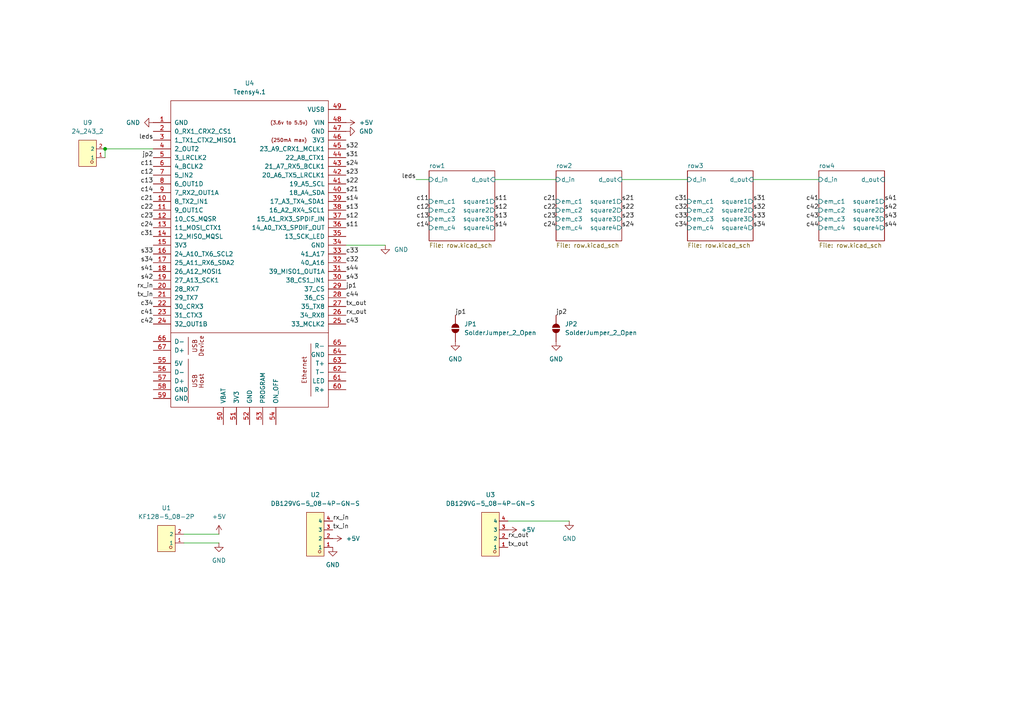
<source format=kicad_sch>
(kicad_sch (version 20231120) (generator "eeschema") (generator_version "8.0")
  (paper "A4")
  (lib_symbols
    (symbol "24_243_2:24_243_2"
      (property "Reference" "U" (at 0 1.27 0))
      (property "Value" "24_243_2" (at 0 -2.54 0))
      (symbol "24_243_2_0_1"
        (rectangle (start -2.54 3.81) (end 2.54 -3.81) (fill (type background)))
        (circle (center -1.27 2.54) (radius 0.381) (fill (type background)))
        (pin unspecified line (at -5.08 1.27 0) (length 2.54) (name "1") (number "1"))
        (pin unspecified line (at -5.08 -1.27 0) (length 2.54) (name "2") (number "2"))
      )
    )
    (symbol "DB129VG-5_08-4P-GN-S:DB129VG-5_08-4P-GN-S"
      (property "Reference" "U" (at 0 1.27 0))
      (property "Value" "DB129VG-5_08-4P-GN-S" (at 0 -2.54 0))
      (symbol "DB129VG-5_08-4P-GN-S_0_1"
        (rectangle (start -2.54 6.35) (end 2.54 -6.35) (fill (type background)))
        (circle (center -1.27 5.08) (radius 0.381) (fill (type background)))
        (pin unspecified line (at -5.08 3.81 0) (length 2.54) (name "1") (number "1"))
        (pin unspecified line (at -5.08 1.27 0) (length 2.54) (name "2") (number "2"))
        (pin unspecified line (at -5.08 -1.27 0) (length 2.54) (name "3") (number "3"))
        (pin unspecified line (at -5.08 -3.81 0) (length 2.54) (name "4") (number "4"))
      )
    )
    (symbol "Jumper:SolderJumper_2_Open" (pin_numbers hide) (pin_names (offset 0) hide) (exclude_from_sim yes) (in_bom no)
      (property "Reference" "JP" (at 0 2.032 0))
      (property "Value" "SolderJumper_2_Open" (at 0 -2.54 0))
      (symbol "SolderJumper_2_Open_0_1"
        (arc (start -0.254 1.016) (mid -1.2656 0) (end -0.254 -1.016))
        (arc (start -0.254 1.016) (mid -1.2656 0) (end -0.254 -1.016) (fill (type outline)))
        (polyline (pts (xy -0.254 1.016) (xy -0.254 -1.016)))
        (polyline (pts (xy 0.254 1.016) (xy 0.254 -1.016)))
        (arc (start 0.254 -1.016) (mid 1.2656 0) (end 0.254 1.016))
        (arc (start 0.254 -1.016) (mid 1.2656 0) (end 0.254 1.016) (fill (type outline)))
      )
      (symbol "SolderJumper_2_Open_1_1"
        (pin passive line (at -3.81 0 0) (length 2.54) (name "A") (number "1"))
        (pin passive line (at 3.81 0 180) (length 2.54) (name "B") (number "2"))
      )
    )
    (symbol "KF128-5_08-2P:KF128-5_08-2P"
      (property "Reference" "U" (at 0 1.27 0))
      (property "Value" "KF128-5_08-2P" (at 0 -2.54 0))
      (symbol "KF128-5_08-2P_0_1"
        (rectangle (start -2.54 3.81) (end 2.54 -3.81) (fill (type background)))
        (circle (center -1.27 2.54) (radius 0.381) (fill (type background)))
        (pin unspecified line (at -5.08 1.27 0) (length 2.54) (name "1") (number "1"))
        (pin unspecified line (at -5.08 -1.27 0) (length 2.54) (name "2") (number "2"))
      )
    )
    (symbol "power:+5V" (power) (pin_numbers hide) (pin_names (offset 0) hide)
      (property "Value" "+5V" (at 0 3.556 0))
      (symbol "+5V_0_1"
        (polyline (pts (xy -0.762 1.27) (xy 0 2.54)))
        (polyline (pts (xy 0 0) (xy 0 2.54)))
        (polyline (pts (xy 0 2.54) (xy 0.762 1.27)))
      )
      (symbol "+5V_1_1"
        (pin power_in line (at 0 0 90) (length 0) (name "~") (number "1"))
      )
    )
    (symbol "power:GND" (power) (pin_numbers hide) (pin_names (offset 0) hide)
      (property "Value" "GND" (at 0 -3.81 0))
      (symbol "GND_0_1"
        (polyline (pts (xy 0 0) (xy 0 -1.27) (xy 1.27 -1.27) (xy 0 -2.54) (xy -1.27 -1.27) (xy 0 -1.27)))
      )
      (symbol "GND_1_1"
        (pin power_in line (at 0 0 270) (length 0) (name "~") (number "1"))
      )
    )
    (symbol "teensy:Teensy4.1" (pin_names (offset 1.016))
      (property "Reference" "U" (at 0 64.77 0))
      (property "Value" "Teensy4.1" (at 0 62.23 0))
      (symbol "Teensy4.1_0_0"
        (polyline (pts (xy -22.86 -6.35) (xy 22.86 -6.35)))
        (polyline (pts (xy -17.78 -26.67) (xy -17.78 -13.97)))
        (polyline (pts (xy -17.78 -7.62) (xy -17.78 -12.7)))
        (polyline (pts (xy 17.78 -9.525) (xy 17.78 -24.765)))
        (text "(250mA max)" (at 11.43 49.53 0) (effects (font (size 1.016 1.016))))
        (text "(3.6v to 5.5v)" (at 11.43 54.61 0) (effects (font (size 1.016 1.016))))
        (text "Device" (at -13.97 -10.16 900) (effects (font (size 1.27 1.27))))
        (text "Ethernet" (at 15.875 -17.145 900) (effects (font (size 1.27 1.27))))
        (text "Host" (at -13.97 -20.32 900) (effects (font (size 1.27 1.27))))
        (text "USB" (at -15.875 -20.32 900) (effects (font (size 1.27 1.27))))
        (text "USB" (at -15.875 -10.16 900) (effects (font (size 1.27 1.27))))
        (pin bidirectional line (at -27.94 31.75 0) (length 5.08) (name "8_TX2_IN1") (number "10"))
        (pin bidirectional line (at -27.94 29.21 0) (length 5.08) (name "9_OUT1C") (number "11"))
        (pin bidirectional line (at -27.94 26.67 0) (length 5.08) (name "10_CS_MQSR") (number "12"))
        (pin bidirectional line (at -27.94 24.13 0) (length 5.08) (name "11_MOSI_CTX1") (number "13"))
        (pin bidirectional line (at -27.94 21.59 0) (length 5.08) (name "12_MISO_MQSL") (number "14"))
        (pin power_in line (at -27.94 19.05 0) (length 5.08) (name "3V3") (number "15"))
        (pin bidirectional line (at -27.94 16.51 0) (length 5.08) (name "24_A10_TX6_SCL2") (number "16"))
        (pin bidirectional line (at -27.94 13.97 0) (length 5.08) (name "25_A11_RX6_SDA2") (number "17"))
        (pin bidirectional line (at -27.94 11.43 0) (length 5.08) (name "26_A12_MOSI1") (number "18"))
        (pin bidirectional line (at -27.94 8.89 0) (length 5.08) (name "27_A13_SCK1") (number "19"))
        (pin bidirectional line (at -27.94 6.35 0) (length 5.08) (name "28_RX7") (number "20"))
        (pin bidirectional line (at -27.94 3.81 0) (length 5.08) (name "29_TX7") (number "21"))
        (pin bidirectional line (at -27.94 1.27 0) (length 5.08) (name "30_CRX3") (number "22"))
        (pin bidirectional line (at -27.94 -1.27 0) (length 5.08) (name "31_CTX3") (number "23"))
        (pin bidirectional line (at -27.94 -3.81 0) (length 5.08) (name "32_OUT1B") (number "24"))
        (pin bidirectional line (at 27.94 -3.81 180) (length 5.08) (name "33_MCLK2") (number "25"))
        (pin bidirectional line (at 27.94 -1.27 180) (length 5.08) (name "34_RX8") (number "26"))
        (pin bidirectional line (at 27.94 1.27 180) (length 5.08) (name "35_TX8") (number "27"))
        (pin bidirectional line (at 27.94 3.81 180) (length 5.08) (name "36_CS") (number "28"))
        (pin bidirectional line (at 27.94 6.35 180) (length 5.08) (name "37_CS") (number "29"))
        (pin bidirectional line (at 27.94 8.89 180) (length 5.08) (name "38_CS1_IN1") (number "30"))
        (pin bidirectional line (at 27.94 11.43 180) (length 5.08) (name "39_MISO1_OUT1A") (number "31"))
        (pin bidirectional line (at 27.94 13.97 180) (length 5.08) (name "40_A16") (number "32"))
        (pin bidirectional line (at 27.94 16.51 180) (length 5.08) (name "41_A17") (number "33"))
        (pin bidirectional line (at 27.94 21.59 180) (length 5.08) (name "13_SCK_LED") (number "35"))
        (pin bidirectional line (at 27.94 24.13 180) (length 5.08) (name "14_A0_TX3_SPDIF_OUT") (number "36"))
        (pin bidirectional line (at 27.94 26.67 180) (length 5.08) (name "15_A1_RX3_SPDIF_IN") (number "37"))
        (pin bidirectional line (at 27.94 29.21 180) (length 5.08) (name "16_A2_RX4_SCL1") (number "38"))
        (pin bidirectional line (at 27.94 31.75 180) (length 5.08) (name "17_A3_TX4_SDA1") (number "39"))
        (pin bidirectional line (at 27.94 34.29 180) (length 5.08) (name "18_A4_SDA") (number "40"))
        (pin bidirectional line (at 27.94 36.83 180) (length 5.08) (name "19_A5_SCL") (number "41"))
        (pin bidirectional line (at 27.94 39.37 180) (length 5.08) (name "20_A6_TX5_LRCLK1") (number "42"))
        (pin bidirectional line (at 27.94 41.91 180) (length 5.08) (name "21_A7_RX5_BCLK1") (number "43"))
        (pin bidirectional line (at 27.94 44.45 180) (length 5.08) (name "22_A8_CTX1") (number "44"))
        (pin bidirectional line (at 27.94 46.99 180) (length 5.08) (name "23_A9_CRX1_MCLK1") (number "45"))
        (pin output line (at 27.94 49.53 180) (length 5.08) (name "3V3") (number "46"))
        (pin output line (at 27.94 52.07 180) (length 5.08) (name "GND") (number "47"))
        (pin power_in line (at 27.94 54.61 180) (length 5.08) (name "VIN") (number "48"))
        (pin power_out line (at 27.94 58.42 180) (length 5.08) (name "VUSB") (number "49"))
        (pin bidirectional line (at -27.94 44.45 0) (length 5.08) (name "3_LRCLK2") (number "5"))
        (pin power_in line (at -7.62 -33.02 90) (length 5.08) (name "VBAT") (number "50"))
        (pin power_in line (at -3.81 -33.02 90) (length 5.08) (name "3V3") (number "51"))
        (pin input line (at 0 -33.02 90) (length 5.08) (name "GND") (number "52"))
        (pin input line (at 3.81 -33.02 90) (length 5.08) (name "PROGRAM") (number "53"))
        (pin input line (at 7.62 -33.02 90) (length 5.08) (name "ON_OFF") (number "54"))
        (pin power_out line (at -27.94 -15.24 0) (length 5.08) (name "5V") (number "55"))
        (pin bidirectional line (at -27.94 -17.78 0) (length 5.08) (name "D-") (number "56"))
        (pin bidirectional line (at -27.94 -20.32 0) (length 5.08) (name "D+") (number "57"))
        (pin power_in line (at -27.94 -22.86 0) (length 5.08) (name "GND") (number "58"))
        (pin power_in line (at -27.94 -25.4 0) (length 5.08) (name "GND") (number "59"))
        (pin bidirectional line (at -27.94 41.91 0) (length 5.08) (name "4_BCLK2") (number "6"))
        (pin bidirectional line (at 27.94 -22.86 180) (length 5.08) (name "R+") (number "60"))
        (pin bidirectional line (at 27.94 -20.32 180) (length 5.08) (name "LED") (number "61"))
        (pin bidirectional line (at 27.94 -17.78 180) (length 5.08) (name "T-") (number "62"))
        (pin bidirectional line (at 27.94 -15.24 180) (length 5.08) (name "T+") (number "63"))
        (pin power_in line (at 27.94 -12.7 180) (length 5.08) (name "GND") (number "64"))
        (pin bidirectional line (at 27.94 -10.16 180) (length 5.08) (name "R-") (number "65"))
        (pin bidirectional line (at -27.94 -8.89 0) (length 5.08) (name "D-") (number "66"))
        (pin bidirectional line (at -27.94 -11.43 0) (length 5.08) (name "D+") (number "67"))
        (pin bidirectional line (at -27.94 39.37 0) (length 5.08) (name "5_IN2") (number "7"))
        (pin bidirectional line (at -27.94 36.83 0) (length 5.08) (name "6_OUT1D") (number "8"))
        (pin bidirectional line (at -27.94 34.29 0) (length 5.08) (name "7_RX2_OUT1A") (number "9"))
      )
      (symbol "Teensy4.1_0_1"
        (rectangle (start -22.86 60.96) (end 22.86 -27.94))
        (rectangle (start -20.32 -1.27) (end -20.32 -1.27))
      )
      (symbol "Teensy4.1_1_1"
        (pin power_in line (at -27.94 54.61 0) (length 5.08) (name "GND") (number "1"))
        (pin bidirectional line (at -27.94 52.07 0) (length 5.08) (name "0_RX1_CRX2_CS1") (number "2"))
        (pin bidirectional line (at -27.94 49.53 0) (length 5.08) (name "1_TX1_CTX2_MISO1") (number "3"))
        (pin power_in line (at 27.94 19.05 180) (length 5.08) (name "GND") (number "34"))
        (pin bidirectional line (at -27.94 46.99 0) (length 5.08) (name "2_OUT2") (number "4"))
      )
    )
  )
  (junction (at 30.48 43.18))
  (wire (pts (xy 218.44 52.07) (xy 237.49 52.07)))
  (wire (pts (xy 30.48 43.18) (xy 44.45 43.18)))
  (wire (pts (xy 53.34 154.94) (xy 63.5 154.94)))
  (wire (pts (xy 111.76 71.12) (xy 100.33 71.12)))
  (wire (pts (xy 120.65 52.07) (xy 124.46 52.07)))
  (wire (pts (xy 30.48 43.18) (xy 30.48 45.72)))
  (wire (pts (xy 143.51 52.07) (xy 161.29 52.07)))
  (wire (pts (xy 53.34 157.48) (xy 63.5 157.48)))
  (wire (pts (xy 147.32 151.13) (xy 165.1 151.13)))
  (wire (pts (xy 180.34 52.07) (xy 199.39 52.07)))
  (label "jp2" (at 161.29 91.44 0))
  (label "rx_out" (at 147.32 156.21 0))
  (label "s24" (at 100.33 48.26 0))
  (label "s22" (at 100.33 53.34 0))
  (label "s34" (at 44.45 76.2 180))
  (label "tx_in" (at 96.52 153.67 0))
  (label "c12" (at 44.45 50.8 180))
  (label "s23" (at 180.34 63.5 0))
  (label "s41" (at 256.54 58.42 0))
  (label "s22" (at 180.34 60.96 0))
  (label "s33" (at 44.45 73.66 180))
  (label "c31" (at 199.39 58.42 180))
  (label "s44" (at 256.54 66.04 0))
  (label "s11" (at 100.33 66.04 0))
  (label "c32" (at 199.39 60.96 180))
  (label "c43" (at 237.49 63.5 180))
  (label "c22" (at 161.29 60.96 180))
  (label "c42" (at 44.45 93.98 180))
  (label "jp2" (at 44.45 45.72 180))
  (label "c31" (at 44.45 68.58 180))
  (label "c41" (at 44.45 91.44 180))
  (label "c14" (at 44.45 55.88 180))
  (label "s43" (at 256.54 63.5 0))
  (label "c34" (at 44.45 88.9 180))
  (label "s34" (at 218.44 66.04 0))
  (label "rx_in" (at 44.45 83.82 180))
  (label "leds" (at 120.65 52.07 180))
  (label "c24" (at 161.29 66.04 180))
  (label "c41" (at 237.49 58.42 180))
  (label "rx_out" (at 100.33 91.44 0))
  (label "c13" (at 44.45 53.34 180))
  (label "s12" (at 100.33 63.5 0))
  (label "s21" (at 100.33 55.88 0))
  (label "c14" (at 124.46 66.04 180))
  (label "c43" (at 100.33 93.98 0))
  (label "c11" (at 124.46 58.42 180))
  (label "s42" (at 256.54 60.96 0))
  (label "c12" (at 124.46 60.96 180))
  (label "s43" (at 100.33 81.28 0))
  (label "leds" (at 44.45 40.64 180))
  (label "s33" (at 218.44 63.5 0))
  (label "s31" (at 100.33 45.72 0))
  (label "c21" (at 44.45 58.42 180))
  (label "s14" (at 100.33 58.42 0))
  (label "c33" (at 199.39 63.5 180))
  (label "s13" (at 100.33 60.96 0))
  (label "s12" (at 143.51 60.96 0))
  (label "c34" (at 199.39 66.04 180))
  (label "jp1" (at 132.08 91.44 0))
  (label "c13" (at 124.46 63.5 180))
  (label "tx_out" (at 147.32 158.75 0))
  (label "s44" (at 100.33 78.74 0))
  (label "s32" (at 100.33 43.18 0))
  (label "s24" (at 180.34 66.04 0))
  (label "c22" (at 44.45 60.96 180))
  (label "c44" (at 237.49 66.04 180))
  (label "s23" (at 100.33 50.8 0))
  (label "s13" (at 143.51 63.5 0))
  (label "tx_out" (at 100.33 88.9 0))
  (label "c32" (at 100.33 76.2 0))
  (label "c21" (at 161.29 58.42 180))
  (label "s32" (at 218.44 60.96 0))
  (label "s31" (at 218.44 58.42 0))
  (label "c23" (at 44.45 63.5 180))
  (label "s41" (at 44.45 78.74 180))
  (label "c42" (at 237.49 60.96 180))
  (label "s42" (at 44.45 81.28 180))
  (label "c11" (at 44.45 48.26 180))
  (label "s21" (at 180.34 58.42 0))
  (label "s11" (at 143.51 58.42 0))
  (label "tx_in" (at 44.45 86.36 180))
  (label "c44" (at 100.33 86.36 0))
  (label "s14" (at 143.51 66.04 0))
  (label "c33" (at 100.33 73.66 0))
  (label "c23" (at 161.29 63.5 180))
  (label "jp1" (at 100.33 83.82 0))
  (label "rx_in" (at 96.52 151.13 0))
  (label "c24" (at 44.45 66.04 180))
  (symbol (lib_id "Jumper:SolderJumper_2_Open") (at 132.08 95.25 90) (unit 1) (exclude_from_sim yes) (in_bom no)
    (property "Reference" "JP1" (at 134.62 93.9799 90) (effects (justify right)))
    (property "Value" "SolderJumper_2_Open" (at 134.62 96.5199 90) (effects (justify right)))
    (property "Footprint" "Jumper:SolderJumper-2_P1.3mm_Open_Pad1.0x1.5mm" (effects (hide yes)))
    (property "Description" "Solder Jumper, 2-pole, open" (effects (hide yes)))
  )
  (symbol (lib_id "power:GND") (at 96.52 158.75 0) (unit 1)
    (property "Reference" "#PWR04" (effects (hide yes)))
    (property "Value" "GND" (at 96.52 163.83 0))
    (property "Description" "Power symbol creates a global label with name \"GND\" , ground" (effects (hide yes)))
  )
  (symbol (lib_id "power:+5V") (at 147.32 153.67 270) (unit 1)
    (property "Reference" "#PWR0314" (effects (hide yes)))
    (property "Value" "+5V" (at 151.13 153.6699 90) (effects (justify left)))
    (property "Description" "Power symbol creates a global label with name \"+5V\"" (effects (hide yes)))
  )
  (symbol (lib_id "power:+5V") (at 100.33 35.56 270) (unit 1)
    (property "Reference" "#PWR06" (effects (hide yes)))
    (property "Value" "+5V" (at 104.14 35.5599 90) (effects (justify left)))
    (property "Description" "Power symbol creates a global label with name \"+5V\"" (effects (hide yes)))
  )
  (symbol (lib_id "power:GND") (at 100.33 38.1 90) (unit 1)
    (property "Reference" "#PWR07" (effects (hide yes)))
    (property "Value" "GND" (at 104.14 38.0999 90) (effects (justify right)))
    (property "Description" "Power symbol creates a global label with name \"GND\" , ground" (effects (hide yes)))
  )
  (symbol (lib_id "power:GND") (at 63.5 157.48 0) (unit 1)
    (property "Reference" "#PWR03" (effects (hide yes)))
    (property "Value" "GND" (at 63.5 162.56 0))
    (property "Description" "Power symbol creates a global label with name \"GND\" , ground" (effects (hide yes)))
  )
  (symbol (lib_id "power:GND") (at 161.29 99.06 0) (unit 1)
    (property "Reference" "#PWR0316" (effects (hide yes)))
    (property "Value" "GND" (at 161.29 104.14 0))
    (property "Description" "Power symbol creates a global label with name \"GND\" , ground" (effects (hide yes)))
  )
  (symbol (lib_id "power:GND") (at 111.76 71.12 0) (unit 1)
    (property "Reference" "#PWR08" (effects (hide yes)))
    (property "Value" "GND" (at 114.3 72.3899 0) (effects (justify left)))
    (property "Description" "Power symbol creates a global label with name \"GND\" , ground" (effects (hide yes)))
  )
  (symbol (lib_id "power:GND") (at 132.08 99.06 0) (unit 1)
    (property "Reference" "#PWR0315" (effects (hide yes)))
    (property "Value" "GND" (at 132.08 104.14 0))
    (property "Description" "Power symbol creates a global label with name \"GND\" , ground" (effects (hide yes)))
  )
  (symbol (lib_id "DB129VG-5_08-4P-GN-S:DB129VG-5_08-4P-GN-S") (at 142.24 154.94 180) (unit 1)
    (property "Reference" "U3" (at 142.24 143.51 0))
    (property "Value" "DB129VG-5_08-4P-GN-S" (at 142.24 146.05 0))
    (property "Footprint" "footprint:CONN-TH_4P-P5.08_DB129VG-5.08-4P-GN-S" (effects (hide yes)))
    (property "Datasheet" "https://atta.szlcsc.com/upload/public/pdf/source/20221104/14E80596629FA66A7247B0FAA60359B7.pdf" (effects (hide yes)))
    (property "LCSC" "C2981774" (effects (hide yes)))
  )
  (symbol (lib_id "KF128-5_08-2P:KF128-5_08-2P") (at 48.26 156.21 180) (unit 1)
    (property "Reference" "U1" (at 48.26 147.32 0))
    (property "Value" "KF128-5_08-2P" (at 48.26 149.86 0))
    (property "Footprint" "footprint:CONN-TH_P5.08_KF128-5.08-2P" (effects (hide yes)))
    (property "Datasheet" "https://item.szlcsc.com/481570.html" (effects (hide yes)))
    (property "LCSC" "C474952" (effects (hide yes)))
  )
  (symbol (lib_id "Jumper:SolderJumper_2_Open") (at 161.29 95.25 90) (unit 1) (exclude_from_sim yes) (in_bom no)
    (property "Reference" "JP2" (at 163.83 93.9799 90) (effects (justify right)))
    (property "Value" "SolderJumper_2_Open" (at 163.83 96.5199 90) (effects (justify right)))
    (property "Footprint" "Jumper:SolderJumper-2_P1.3mm_Open_Pad1.0x1.5mm" (effects (hide yes)))
    (property "Description" "Solder Jumper, 2-pole, open" (effects (hide yes)))
  )
  (symbol (lib_id "DB129VG-5_08-4P-GN-S:DB129VG-5_08-4P-GN-S") (at 91.44 154.94 180) (unit 1)
    (property "Reference" "U2" (at 91.44 143.51 0))
    (property "Value" "DB129VG-5_08-4P-GN-S" (at 91.44 146.05 0))
    (property "Footprint" "footprint:CONN-TH_4P-P5.08_DB129VG-5.08-4P-GN-S" (effects (hide yes)))
    (property "Datasheet" "https://atta.szlcsc.com/upload/public/pdf/source/20221104/14E80596629FA66A7247B0FAA60359B7.pdf" (effects (hide yes)))
    (property "LCSC" "C2981774" (effects (hide yes)))
  )
  (symbol (lib_id "teensy:Teensy4.1") (at 72.39 90.17 0) (unit 1)
    (property "Reference" "U4" (at 72.39 24.13 0))
    (property "Value" "Teensy4.1" (at 72.39 26.67 0))
    (property "Footprint" "teensy:Teensy41" (effects (hide yes)))
  )
  (symbol (lib_id "power:GND") (at 165.1 151.13 0) (unit 1)
    (property "Reference" "#PWR05" (effects (hide yes)))
    (property "Value" "GND" (at 165.1 156.21 0))
    (property "Description" "Power symbol creates a global label with name \"GND\" , ground" (effects (hide yes)))
  )
  (symbol (lib_id "power:+5V") (at 96.52 156.21 270) (unit 1)
    (property "Reference" "#PWR0313" (effects (hide yes)))
    (property "Value" "+5V" (at 100.33 156.2099 90) (effects (justify left)))
    (property "Description" "Power symbol creates a global label with name \"+5V\"" (effects (hide yes)))
  )
  (symbol (lib_id "power:+5V") (at 63.5 154.94 0) (unit 1)
    (property "Reference" "#PWR02" (effects (hide yes)))
    (property "Value" "+5V" (at 63.5 149.86 0))
    (property "Description" "Power symbol creates a global label with name \"+5V\"" (effects (hide yes)))
  )
  (symbol (lib_id "24_243_2:24_243_2") (at 25.4 44.45 180) (unit 1)
    (property "Reference" "U9" (at 25.4 35.56 0))
    (property "Value" "24_243_2" (at 25.4 38.1 0))
    (property "Footprint" "footprint:CONN-TH_24.243.2" (effects (hide yes)))
    (property "Datasheet" "https://www.farnell.com/datasheets/2963540.pdf" (effects (hide yes)))
    (property "LCSC" "C7437322" (effects (hide yes)))
  )
  (symbol (lib_id "power:GND") (at 44.45 35.56 270) (unit 1)
    (property "Reference" "#PWR01" (effects (hide yes)))
    (property "Value" "GND" (at 40.64 35.5599 90) (effects (justify right)))
    (property "Description" "Power symbol creates a global label with name \"GND\" , ground" (effects (hide yes)))
  )
  (sheet (at 161.29 49.53) (size 19.05 20.32) (stroke (width 0.1524))
    (property "Sheetname" "row2" (at 161.29 48.8184 0) (effects (justify left bottom)))
    (property "Sheetfile" "row.kicad_sch" (at 161.29 70.4346 0) (effects (justify left top)))
    (pin "em_c1" input (at 161.29 58.42 180))
    (pin "d_out" input (at 180.34 52.07 0))
    (pin "em_c2" input (at 161.29 60.96 180))
    (pin "em_c3" input (at 161.29 63.5 180))
    (pin "d_in" input (at 161.29 52.07 180))
    (pin "em_c4" input (at 161.29 66.04 180))
    (pin "square3" output (at 180.34 63.5 0))
    (pin "square2" output (at 180.34 60.96 0))
    (pin "square4" output (at 180.34 66.04 0))
    (pin "square1" output (at 180.34 58.42 0))
  )
  (sheet (at 199.39 49.53) (size 19.05 20.32) (stroke (width 0.1524))
    (property "Sheetname" "row3" (at 199.39 48.8184 0) (effects (justify left bottom)))
    (property "Sheetfile" "row.kicad_sch" (at 199.39 70.4346 0) (effects (justify left top)))
    (pin "em_c1" input (at 199.39 58.42 180))
    (pin "d_out" input (at 218.44 52.07 0))
    (pin "em_c2" input (at 199.39 60.96 180))
    (pin "em_c3" input (at 199.39 63.5 180))
    (pin "d_in" input (at 199.39 52.07 180))
    (pin "em_c4" input (at 199.39 66.04 180))
    (pin "square3" output (at 218.44 63.5 0))
    (pin "square2" output (at 218.44 60.96 0))
    (pin "square4" output (at 218.44 66.04 0))
    (pin "square1" output (at 218.44 58.42 0))
  )
  (sheet (at 237.49 49.53) (size 19.05 20.32) (stroke (width 0.1524))
    (property "Sheetname" "row4" (at 237.49 48.8184 0) (effects (justify left bottom)))
    (property "Sheetfile" "row.kicad_sch" (at 237.49 70.4346 0) (effects (justify left top)))
    (pin "em_c1" input (at 237.49 58.42 180))
    (pin "d_out" input (at 256.54 52.07 0))
    (pin "em_c2" input (at 237.49 60.96 180))
    (pin "em_c3" input (at 237.49 63.5 180))
    (pin "d_in" input (at 237.49 52.07 180))
    (pin "em_c4" input (at 237.49 66.04 180))
    (pin "square3" output (at 256.54 63.5 0))
    (pin "square2" output (at 256.54 60.96 0))
    (pin "square4" output (at 256.54 66.04 0))
    (pin "square1" output (at 256.54 58.42 0))
  )
  (sheet (at 124.46 49.53) (size 19.05 20.32) (stroke (width 0.1524))
    (property "Sheetname" "row1" (at 124.46 48.8184 0) (effects (justify left bottom)))
    (property "Sheetfile" "row.kicad_sch" (at 124.46 70.4346 0) (effects (justify left top)))
    (pin "em_c1" input (at 124.46 58.42 180))
    (pin "d_out" input (at 143.51 52.07 0))
    (pin "em_c2" input (at 124.46 60.96 180))
    (pin "em_c3" input (at 124.46 63.5 180))
    (pin "d_in" input (at 124.46 52.07 180))
    (pin "em_c4" input (at 124.46 66.04 180))
    (pin "square3" output (at 143.51 63.5 0))
    (pin "square2" output (at 143.51 60.96 0))
    (pin "square4" output (at 143.51 66.04 0))
    (pin "square1" output (at 143.51 58.42 0))
  )
)
</source>
